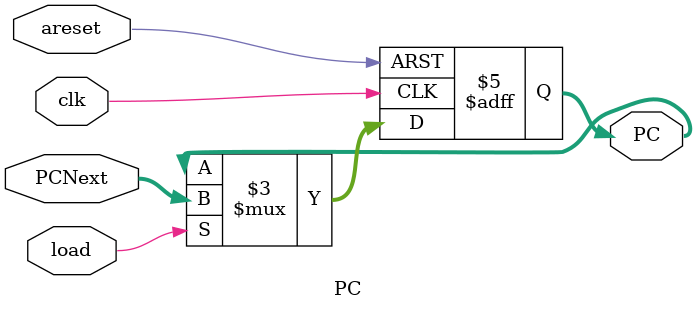
<source format=v>
module PC(
    input [31:0] PCNext,
    input clk,
    input load,
    input areset,
    output reg [31:0] PC
);


always @(posedge clk or negedge areset) begin
    if(!areset) begin
      PC<={32{1'b0}};
    end
    else if(load)  begin
          PC<=PCNext;
    end
 end

endmodule
</source>
